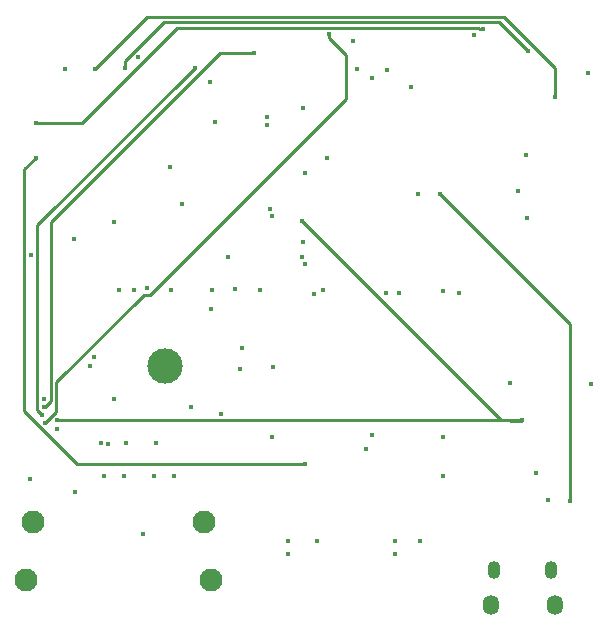
<source format=gbr>
G04 #@! TF.GenerationSoftware,KiCad,Pcbnew,(5.0.1-3-g963ef8bb5)*
G04 #@! TF.CreationDate,2020-04-18T14:55:13-02:30*
G04 #@! TF.ProjectId,graphics-card,67726170686963732D636172642E6B69,rev?*
G04 #@! TF.SameCoordinates,Original*
G04 #@! TF.FileFunction,Copper,L2,Inr,Mixed*
G04 #@! TF.FilePolarity,Positive*
%FSLAX46Y46*%
G04 Gerber Fmt 4.6, Leading zero omitted, Abs format (unit mm)*
G04 Created by KiCad (PCBNEW (5.0.1-3-g963ef8bb5)) date Saturday, April 18, 2020 at 02:55:13 pm*
%MOMM*%
%LPD*%
G01*
G04 APERTURE LIST*
G04 #@! TA.AperFunction,ViaPad*
%ADD10C,1.950000*%
G04 #@! TD*
G04 #@! TA.AperFunction,ViaPad*
%ADD11O,1.100000X1.500000*%
G04 #@! TD*
G04 #@! TA.AperFunction,ViaPad*
%ADD12O,1.350000X1.700000*%
G04 #@! TD*
G04 #@! TA.AperFunction,ViaPad*
%ADD13C,3.000000*%
G04 #@! TD*
G04 #@! TA.AperFunction,ViaPad*
%ADD14C,0.450000*%
G04 #@! TD*
G04 #@! TA.AperFunction,Conductor*
%ADD15C,0.250000*%
G04 #@! TD*
G04 APERTURE END LIST*
D10*
G04 #@! TO.N,GND*
G04 #@! TO.C,J2*
X127611000Y-158316000D03*
X111911000Y-158316000D03*
X127011000Y-153416000D03*
X112511000Y-153416000D03*
G04 #@! TD*
D11*
G04 #@! TO.N,GND*
G04 #@! TO.C,J1*
X151553000Y-157436500D03*
X156393000Y-157436500D03*
D12*
X151243000Y-160436500D03*
X156703000Y-160436500D03*
G04 #@! TD*
D13*
G04 #@! TO.N,GND*
X123698000Y-140208000D03*
D14*
X131699000Y-133731000D03*
X119372082Y-143009918D03*
X145288000Y-155025000D03*
X155067000Y-149225000D03*
X136525000Y-155025000D03*
X140716000Y-147193000D03*
X127889000Y-119507000D03*
X115189000Y-115062000D03*
X137414000Y-122555000D03*
X147193000Y-133858000D03*
X125095000Y-126492000D03*
X129032000Y-130937000D03*
X118881829Y-146766831D03*
X121793000Y-154432000D03*
X159521010Y-115433990D03*
X152908000Y-141605000D03*
X145064000Y-125603000D03*
X141224000Y-115824000D03*
X153543000Y-125349000D03*
X114554000Y-145542000D03*
X128462510Y-144234350D03*
X136274279Y-134097587D03*
X142367000Y-133985000D03*
X149860000Y-112141000D03*
X135255000Y-130937000D03*
X119380000Y-128016000D03*
X121031000Y-133794500D03*
X132842000Y-140271500D03*
G04 #@! TO.N,+3V3*
X137033000Y-133731000D03*
X135382000Y-129667000D03*
X135509000Y-123825000D03*
X135382000Y-118364000D03*
X143510000Y-133985000D03*
X148590000Y-133985000D03*
X157988000Y-151638000D03*
X147193000Y-149479000D03*
X146939000Y-125603000D03*
X142480000Y-115181091D03*
X144526000Y-116586000D03*
X154305000Y-127635000D03*
X154265623Y-122320631D03*
X156083000Y-151511016D03*
X135509000Y-131572000D03*
X147193000Y-146177000D03*
G04 #@! TO.N,+1V2*
X143129000Y-156125000D03*
X143129000Y-155025000D03*
X135509000Y-148505010D03*
X112776000Y-122555000D03*
G04 #@! TO.N,/CVCC12_SII*
X117347996Y-140208000D03*
X130048000Y-140462000D03*
X127635000Y-133731000D03*
X122174000Y-133604000D03*
X119761000Y-133731000D03*
X125857000Y-143637000D03*
X127574981Y-135371182D03*
G04 #@! TO.N,/IOVCC_SII*
X117631009Y-139475009D03*
X130175000Y-138684000D03*
X129641421Y-133724606D03*
X124206000Y-133731000D03*
X141224000Y-146050000D03*
G04 #@! TO.N,/AVCC_SII*
X120396000Y-146685000D03*
X122917114Y-146753654D03*
G04 #@! TO.N,+5V*
X134112000Y-156125000D03*
X134112000Y-155025000D03*
X112318515Y-130810000D03*
X112268000Y-149732994D03*
G04 #@! TO.N,/~RESET*
X153916091Y-144787909D03*
X159766000Y-141732000D03*
X135255000Y-127889000D03*
X121412000Y-114046000D03*
X114531935Y-144792802D03*
G04 #@! TO.N,/OSC_IN*
X132587525Y-126870621D03*
X124079000Y-123317000D03*
G04 #@! TO.N,/OSC32_IN*
X127508000Y-116162011D03*
X132335538Y-119139113D03*
G04 #@! TO.N,/OSC32_OUT*
X132325421Y-119789047D03*
G04 #@! TO.N,Net-(D1-Pad1)*
X115951000Y-129413000D03*
G04 #@! TO.N,Net-(D4-Pad2)*
X150622000Y-111636020D03*
X112776000Y-119634000D03*
G04 #@! TO.N,/CSCL*
X139954000Y-115062000D03*
X126238000Y-114935000D03*
X113284000Y-144335500D03*
G04 #@! TO.N,/CSDA*
X113418516Y-143661089D03*
X139573000Y-112649000D03*
X131191000Y-113665000D03*
G04 #@! TO.N,Net-(R7-Pad1)*
X118237000Y-146685000D03*
G04 #@! TO.N,/OSC_OUT*
X132715000Y-127508000D03*
G04 #@! TO.N,/CI2CA*
X113456599Y-142972219D03*
G04 #@! TO.N,/INT_SII*
X113540321Y-145006584D03*
X137571241Y-112114076D03*
G04 #@! TO.N,/SWCLK*
X154432000Y-113538000D03*
X120269000Y-114935000D03*
G04 #@! TO.N,/SWDIO*
X156718000Y-117387000D03*
X117729000Y-115062000D03*
G04 #@! TO.N,/HPD*
X132715000Y-146203644D03*
X116078000Y-150876000D03*
G04 #@! TO.N,/CLK-*
X118491000Y-149479000D03*
G04 #@! TO.N,/CLK+*
X120173001Y-149526114D03*
G04 #@! TO.N,/D2-*
X122723000Y-149479000D03*
G04 #@! TO.N,/D2+*
X124460000Y-149479000D03*
G04 #@! TD*
D15*
G04 #@! TO.N,+3V3*
X157988000Y-136652000D02*
X146939000Y-125603000D01*
X157988000Y-151638000D02*
X157988000Y-136652000D01*
G04 #@! TO.N,+1V2*
X111768514Y-123562486D02*
X112776000Y-122555000D01*
X111768514Y-144048779D02*
X111768514Y-123562486D01*
X116224745Y-148505010D02*
X111768514Y-144048779D01*
X135509000Y-148505010D02*
X116224745Y-148505010D01*
G04 #@! TO.N,/~RESET*
X153827000Y-144877000D02*
X153916091Y-144787909D01*
X152908000Y-144877000D02*
X153827000Y-144877000D01*
X152153909Y-144787909D02*
X135255000Y-127889000D01*
X153916091Y-144787909D02*
X152153909Y-144787909D01*
X114536828Y-144787909D02*
X114531935Y-144792802D01*
X153916091Y-144787909D02*
X114536828Y-144787909D01*
G04 #@! TO.N,Net-(D4-Pad2)*
X116638002Y-119634000D02*
X112776000Y-119634000D01*
X124707927Y-111564075D02*
X116638002Y-119634000D01*
X150231857Y-111564075D02*
X124707927Y-111564075D01*
X150303802Y-111636020D02*
X150231857Y-111564075D01*
X150622000Y-111636020D02*
X150303802Y-111636020D01*
G04 #@! TO.N,/CSCL*
X112868515Y-128304485D02*
X126013001Y-115159999D01*
X112868515Y-143920015D02*
X112868515Y-128304485D01*
X126013001Y-115159999D02*
X126238000Y-114935000D01*
X112868515Y-143920015D02*
X113284000Y-144335500D01*
G04 #@! TO.N,/CSDA*
X114013622Y-143207406D02*
X113559939Y-143661089D01*
X113559939Y-143661089D02*
X113418516Y-143661089D01*
X114013622Y-127973380D02*
X114013622Y-143207406D01*
X128322002Y-113665000D02*
X114013622Y-127973380D01*
X131191000Y-113665000D02*
X128322002Y-113665000D01*
G04 #@! TO.N,/INT_SII*
X139030001Y-113884001D02*
X137571241Y-112425241D01*
X139030001Y-117562001D02*
X139030001Y-113884001D01*
X122438001Y-134154001D02*
X139030001Y-117562001D01*
X113540321Y-145006584D02*
X114463632Y-144083273D01*
X121909999Y-134154001D02*
X122438001Y-134154001D01*
X114463632Y-141600368D02*
X121909999Y-134154001D01*
X137571241Y-112425241D02*
X137571241Y-112114076D01*
X114463632Y-144083273D02*
X114463632Y-141600368D01*
G04 #@! TO.N,/SWCLK*
X154432000Y-113538000D02*
X151980020Y-111086020D01*
X120269000Y-114374998D02*
X120269000Y-114935000D01*
X123557978Y-111086020D02*
X120269000Y-114374998D01*
X151980020Y-111086020D02*
X123557978Y-111086020D01*
G04 #@! TO.N,/SWDIO*
X122154990Y-110636010D02*
X117729000Y-115062000D01*
X156718000Y-114935000D02*
X152419010Y-110636010D01*
X152419010Y-110636010D02*
X122154990Y-110636010D01*
X156718000Y-117387000D02*
X156718000Y-114935000D01*
G04 #@! TD*
M02*

</source>
